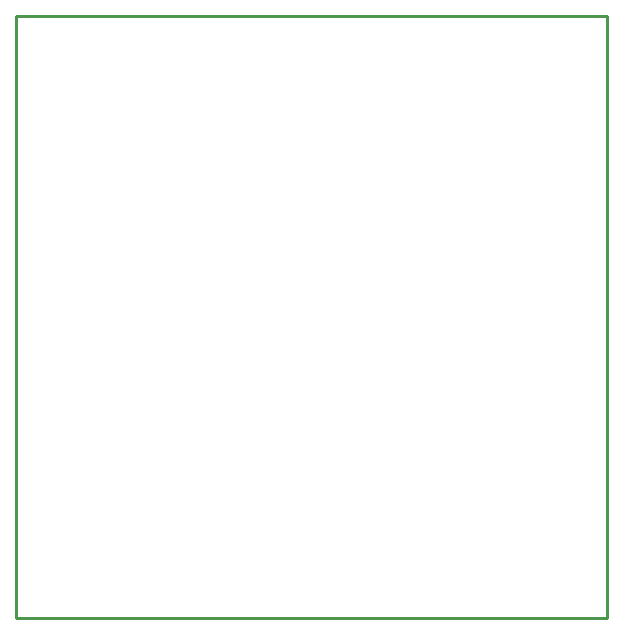
<source format=gm1>
G04*
G04 #@! TF.GenerationSoftware,Altium Limited,Altium Designer,21.5.1 (32)*
G04*
G04 Layer_Color=16711935*
%FSLAX44Y44*%
%MOMM*%
G71*
G04*
G04 #@! TF.SameCoordinates,0903D884-DAF8-42DF-BE81-14F24C034F1F*
G04*
G04*
G04 #@! TF.FilePolarity,Positive*
G04*
G01*
G75*
%ADD31C,0.2500*%
D31*
X0Y510000D02*
X500000D01*
X0Y0D02*
Y510000D01*
X500000D02*
X500000Y0D01*
X0D02*
X500000D01*
M02*

</source>
